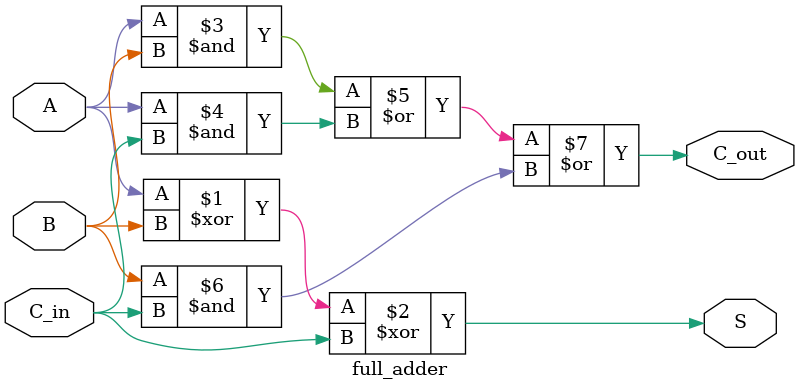
<source format=v>
`timescale 1ns/1ns

module full_adder(
    input   A         ,
    input   B         ,
    input   C_in      ,

    output  S         ,
    output  C_out           
);
    assign S = A ^ B ^ C_in;//相同为0不同为1
    assign C_out = (A & B)|(A & C_in)| (B & C_in) ; //有一个1就是满足进位



endmodule
</source>
